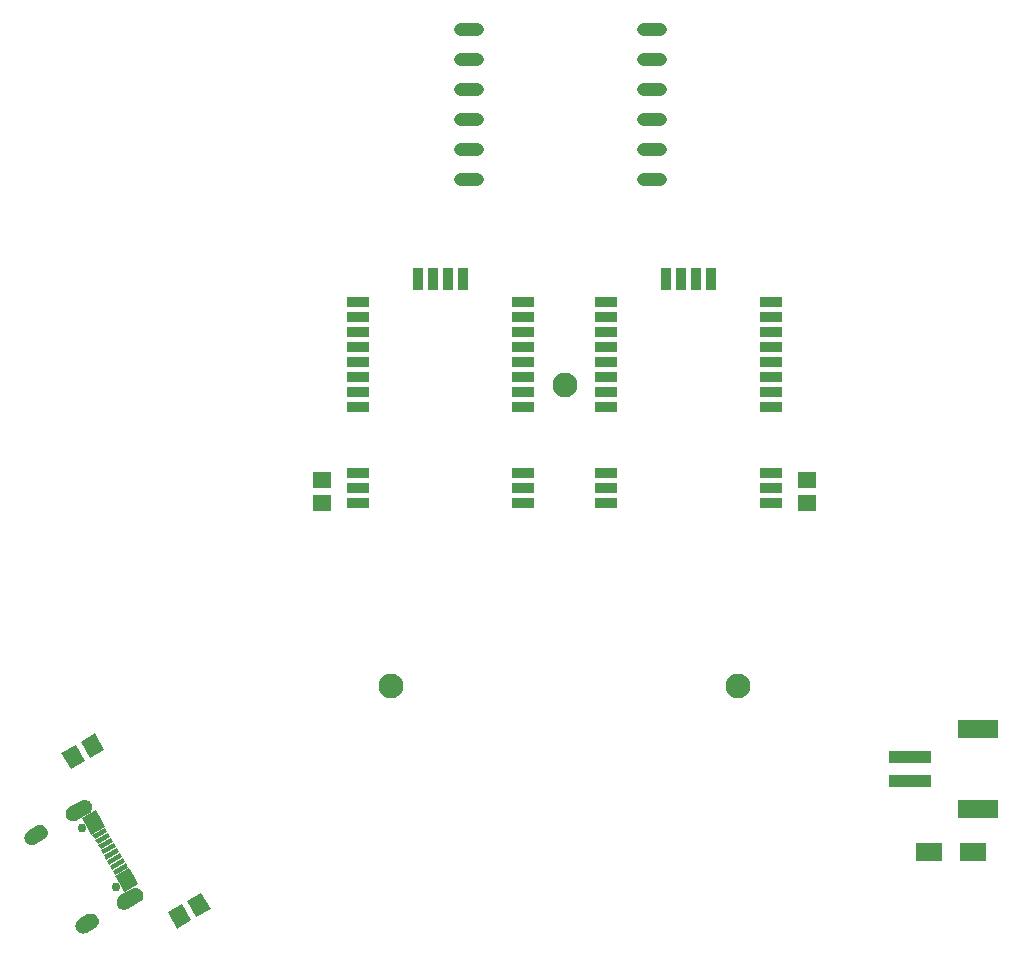
<source format=gbs>
G04 EAGLE Gerber RS-274X export*
G75*
%MOMM*%
%FSLAX34Y34*%
%LPD*%
%INBottom Solder Mask*%
%IPPOS*%
%AMOC8*
5,1,8,0,0,1.08239X$1,22.5*%
G01*
%ADD10C,2.101600*%
%ADD11C,1.101600*%
%ADD12R,0.401600X1.251600*%
%ADD13C,0.751600*%
%ADD14R,1.401600X1.601600*%
%ADD15R,1.601600X1.401600*%
%ADD16R,1.901600X0.901600*%
%ADD17R,0.901600X1.901600*%
%ADD18R,3.601600X1.101600*%
%ADD19R,3.501600X1.601600*%
%ADD20R,2.261600X1.501600*%

G36*
X72561Y135683D02*
X72561Y135683D01*
X72624Y135686D01*
X73851Y135947D01*
X73889Y135963D01*
X73950Y135979D01*
X75096Y136489D01*
X75115Y136502D01*
X75142Y136513D01*
X84669Y142013D01*
X84686Y142028D01*
X84713Y142041D01*
X85727Y142779D01*
X85754Y142808D01*
X85767Y142817D01*
X85769Y142820D01*
X85805Y142848D01*
X86644Y143781D01*
X86665Y143816D01*
X86706Y143865D01*
X87333Y144951D01*
X87342Y144980D01*
X87343Y144981D01*
X87343Y144983D01*
X87346Y144991D01*
X87375Y145047D01*
X87763Y146240D01*
X87767Y146281D01*
X87784Y146342D01*
X87916Y147589D01*
X87912Y147630D01*
X87913Y147654D01*
X87916Y147673D01*
X87915Y147680D01*
X87916Y147693D01*
X87784Y148941D01*
X87772Y148980D01*
X87763Y149043D01*
X87375Y150236D01*
X87355Y150272D01*
X87333Y150331D01*
X86706Y151418D01*
X86678Y151449D01*
X86644Y151502D01*
X85805Y152434D01*
X85771Y152459D01*
X85727Y152504D01*
X84712Y153241D01*
X84675Y153259D01*
X84622Y153294D01*
X83476Y153804D01*
X83436Y153813D01*
X83377Y153836D01*
X82150Y154097D01*
X82109Y154097D01*
X82046Y154108D01*
X80792Y154108D01*
X80751Y154099D01*
X80688Y154097D01*
X79461Y153836D01*
X79423Y153819D01*
X79362Y153804D01*
X78216Y153294D01*
X78197Y153280D01*
X78169Y153270D01*
X68643Y147770D01*
X68626Y147755D01*
X68599Y147741D01*
X67585Y147004D01*
X67557Y146974D01*
X67507Y146934D01*
X66668Y146002D01*
X66647Y145966D01*
X66606Y145918D01*
X65979Y144831D01*
X65966Y144792D01*
X65937Y144736D01*
X65549Y143543D01*
X65544Y143502D01*
X65527Y143441D01*
X65396Y142193D01*
X65399Y142165D01*
X65396Y142149D01*
X65399Y142136D01*
X65396Y142089D01*
X65527Y140842D01*
X65540Y140802D01*
X65549Y140740D01*
X65937Y139547D01*
X65957Y139511D01*
X65979Y139451D01*
X66606Y138365D01*
X66634Y138334D01*
X66668Y138281D01*
X67507Y137348D01*
X67540Y137324D01*
X67544Y137320D01*
X67557Y137302D01*
X67568Y137296D01*
X67585Y137279D01*
X68599Y136541D01*
X68637Y136524D01*
X68690Y136489D01*
X69836Y135979D01*
X69876Y135970D01*
X69935Y135947D01*
X71162Y135686D01*
X71203Y135685D01*
X71266Y135675D01*
X72520Y135675D01*
X72561Y135683D01*
G37*
G36*
X115761Y60859D02*
X115761Y60859D01*
X115824Y60861D01*
X117051Y61122D01*
X117089Y61139D01*
X117150Y61154D01*
X118296Y61664D01*
X118315Y61678D01*
X118342Y61688D01*
X127869Y67188D01*
X127886Y67203D01*
X127912Y67217D01*
X128927Y67954D01*
X128954Y67983D01*
X128967Y67992D01*
X128969Y67995D01*
X129005Y68024D01*
X129844Y68956D01*
X129865Y68992D01*
X129905Y69040D01*
X130533Y70127D01*
X130542Y70156D01*
X130543Y70157D01*
X130543Y70158D01*
X130546Y70166D01*
X130575Y70222D01*
X130963Y71415D01*
X130967Y71456D01*
X130984Y71517D01*
X131116Y72765D01*
X131112Y72806D01*
X131113Y72829D01*
X131116Y72849D01*
X131115Y72856D01*
X131116Y72869D01*
X130984Y74116D01*
X130972Y74156D01*
X130963Y74218D01*
X130575Y75411D01*
X130555Y75447D01*
X130533Y75507D01*
X129905Y76593D01*
X129878Y76624D01*
X129844Y76677D01*
X129005Y77610D01*
X128971Y77634D01*
X128927Y77679D01*
X127912Y78417D01*
X127875Y78434D01*
X127822Y78469D01*
X126676Y78979D01*
X126636Y78988D01*
X126577Y79011D01*
X125350Y79272D01*
X125309Y79273D01*
X125246Y79283D01*
X123992Y79283D01*
X123951Y79275D01*
X123888Y79272D01*
X122661Y79011D01*
X122623Y78995D01*
X122562Y78979D01*
X121416Y78469D01*
X121397Y78456D01*
X121369Y78445D01*
X111843Y72945D01*
X111826Y72930D01*
X111799Y72917D01*
X110785Y72179D01*
X110757Y72149D01*
X110707Y72110D01*
X109868Y71177D01*
X109847Y71142D01*
X109806Y71093D01*
X109179Y70007D01*
X109166Y69967D01*
X109137Y69911D01*
X108749Y68718D01*
X108744Y68677D01*
X108727Y68616D01*
X108596Y67369D01*
X108599Y67340D01*
X108596Y67324D01*
X108599Y67312D01*
X108596Y67265D01*
X108727Y66017D01*
X108740Y65977D01*
X108749Y65915D01*
X109137Y64722D01*
X109157Y64686D01*
X109179Y64627D01*
X109806Y63540D01*
X109834Y63509D01*
X109868Y63456D01*
X110707Y62524D01*
X110740Y62499D01*
X110744Y62495D01*
X110757Y62477D01*
X110768Y62471D01*
X110785Y62454D01*
X111799Y61717D01*
X111837Y61699D01*
X111890Y61664D01*
X113036Y61154D01*
X113076Y61145D01*
X113135Y61122D01*
X114362Y60861D01*
X114403Y60861D01*
X114466Y60850D01*
X115720Y60850D01*
X115761Y60859D01*
G37*
G36*
X37660Y115533D02*
X37660Y115533D01*
X37723Y115536D01*
X38950Y115797D01*
X38988Y115813D01*
X39049Y115829D01*
X40195Y116339D01*
X40214Y116352D01*
X40242Y116363D01*
X47170Y120363D01*
X47187Y120378D01*
X47214Y120391D01*
X48228Y121129D01*
X48256Y121158D01*
X48271Y121169D01*
X48273Y121173D01*
X48306Y121198D01*
X49145Y122131D01*
X49166Y122166D01*
X49207Y122215D01*
X49834Y123301D01*
X49844Y123331D01*
X49845Y123333D01*
X49846Y123338D01*
X49847Y123341D01*
X49876Y123397D01*
X50264Y124590D01*
X50269Y124631D01*
X50286Y124692D01*
X50417Y125939D01*
X50413Y125980D01*
X50415Y126010D01*
X50417Y126026D01*
X50416Y126031D01*
X50417Y126043D01*
X50286Y127291D01*
X50273Y127330D01*
X50264Y127393D01*
X49876Y128586D01*
X49856Y128622D01*
X49834Y128681D01*
X49207Y129768D01*
X49179Y129799D01*
X49145Y129852D01*
X48306Y130784D01*
X48273Y130809D01*
X48228Y130854D01*
X47214Y131591D01*
X47176Y131609D01*
X47123Y131644D01*
X45977Y132154D01*
X45937Y132163D01*
X45878Y132186D01*
X44651Y132447D01*
X44610Y132447D01*
X44547Y132458D01*
X43293Y132458D01*
X43252Y132449D01*
X43189Y132447D01*
X41962Y132186D01*
X41924Y132169D01*
X41863Y132154D01*
X40717Y131644D01*
X40698Y131630D01*
X40671Y131620D01*
X33742Y127620D01*
X33725Y127605D01*
X33698Y127591D01*
X32684Y126854D01*
X32656Y126824D01*
X32606Y126784D01*
X31767Y125852D01*
X31746Y125816D01*
X31705Y125768D01*
X31078Y124681D01*
X31065Y124642D01*
X31036Y124586D01*
X30648Y123393D01*
X30644Y123352D01*
X30627Y123291D01*
X30495Y122043D01*
X30498Y122015D01*
X30495Y121999D01*
X30498Y121986D01*
X30495Y121939D01*
X30627Y120692D01*
X30639Y120652D01*
X30648Y120590D01*
X31036Y119397D01*
X31056Y119361D01*
X31078Y119301D01*
X31705Y118215D01*
X31733Y118184D01*
X31767Y118131D01*
X32606Y117198D01*
X32639Y117174D01*
X32644Y117170D01*
X32657Y117152D01*
X32667Y117146D01*
X32684Y117129D01*
X33698Y116391D01*
X33736Y116374D01*
X33789Y116339D01*
X34935Y115829D01*
X34975Y115820D01*
X35034Y115797D01*
X36261Y115536D01*
X36302Y115535D01*
X36365Y115525D01*
X37619Y115525D01*
X37660Y115533D01*
G37*
G36*
X80860Y40709D02*
X80860Y40709D01*
X80923Y40711D01*
X82150Y40972D01*
X82188Y40989D01*
X82249Y41004D01*
X83395Y41514D01*
X83414Y41528D01*
X83442Y41538D01*
X90370Y45538D01*
X90387Y45553D01*
X90414Y45567D01*
X91428Y46304D01*
X91456Y46334D01*
X91471Y46344D01*
X91473Y46348D01*
X91506Y46374D01*
X92345Y47306D01*
X92366Y47342D01*
X92407Y47390D01*
X93034Y48477D01*
X93044Y48506D01*
X93045Y48509D01*
X93046Y48514D01*
X93047Y48516D01*
X93076Y48572D01*
X93464Y49765D01*
X93469Y49806D01*
X93486Y49867D01*
X93617Y51115D01*
X93613Y51156D01*
X93615Y51185D01*
X93617Y51201D01*
X93616Y51207D01*
X93617Y51219D01*
X93486Y52466D01*
X93473Y52506D01*
X93464Y52568D01*
X93076Y53761D01*
X93056Y53797D01*
X93034Y53857D01*
X92407Y54943D01*
X92379Y54974D01*
X92345Y55027D01*
X91506Y55960D01*
X91473Y55984D01*
X91428Y56029D01*
X90414Y56767D01*
X90376Y56784D01*
X90323Y56819D01*
X89177Y57329D01*
X89137Y57338D01*
X89078Y57361D01*
X87851Y57622D01*
X87810Y57623D01*
X87747Y57633D01*
X86493Y57633D01*
X86452Y57625D01*
X86389Y57622D01*
X85162Y57361D01*
X85124Y57345D01*
X85063Y57329D01*
X83917Y56819D01*
X83898Y56806D01*
X83871Y56795D01*
X76942Y52795D01*
X76925Y52780D01*
X76898Y52767D01*
X75884Y52029D01*
X75856Y51999D01*
X75806Y51960D01*
X74967Y51027D01*
X74946Y50992D01*
X74905Y50943D01*
X74278Y49857D01*
X74265Y49817D01*
X74236Y49761D01*
X73848Y48568D01*
X73844Y48527D01*
X73827Y48466D01*
X73695Y47219D01*
X73698Y47190D01*
X73695Y47174D01*
X73698Y47162D01*
X73695Y47115D01*
X73827Y45867D01*
X73839Y45828D01*
X73848Y45765D01*
X74236Y44572D01*
X74256Y44536D01*
X74278Y44477D01*
X74905Y43390D01*
X74933Y43359D01*
X74967Y43306D01*
X75806Y42374D01*
X75839Y42349D01*
X75843Y42345D01*
X75857Y42327D01*
X75867Y42321D01*
X75884Y42304D01*
X76898Y41567D01*
X76936Y41549D01*
X76989Y41514D01*
X78135Y41004D01*
X78175Y40995D01*
X78234Y40972D01*
X79461Y40711D01*
X79502Y40711D01*
X79565Y40700D01*
X80819Y40700D01*
X80860Y40709D01*
G37*
G36*
X87319Y124211D02*
X87319Y124211D01*
X87328Y124207D01*
X99019Y130957D01*
X99027Y130976D01*
X99037Y130983D01*
X99033Y130989D01*
X99042Y131012D01*
X99034Y131015D01*
X99037Y131024D01*
X95037Y137952D01*
X91037Y144881D01*
X90982Y144904D01*
X90979Y144895D01*
X90970Y144899D01*
X79279Y138149D01*
X79256Y138094D01*
X79264Y138090D01*
X79261Y138081D01*
X83261Y131153D01*
X87261Y124225D01*
X87315Y124202D01*
X87319Y124211D01*
G37*
G36*
X115319Y75713D02*
X115319Y75713D01*
X115328Y75709D01*
X127019Y82459D01*
X127027Y82478D01*
X127037Y82486D01*
X127033Y82492D01*
X127042Y82514D01*
X127034Y82518D01*
X127037Y82527D01*
X123037Y89455D01*
X119037Y96383D01*
X118982Y96406D01*
X118979Y96397D01*
X118970Y96401D01*
X107279Y89651D01*
X107256Y89596D01*
X107264Y89593D01*
X107261Y89584D01*
X111261Y82656D01*
X115261Y75727D01*
X115315Y75704D01*
X115319Y75713D01*
G37*
D10*
X340640Y250000D03*
X635080Y250000D03*
X487860Y505000D03*
D11*
X554050Y806180D02*
X569050Y806180D01*
X569050Y780780D02*
X554050Y780780D01*
X554050Y755380D02*
X569050Y755380D01*
X569050Y729980D02*
X554050Y729980D01*
X554050Y704580D02*
X569050Y704580D01*
X569050Y679180D02*
X554050Y679180D01*
X414050Y806180D02*
X399050Y806180D01*
X399050Y780780D02*
X414050Y780780D01*
X414050Y755380D02*
X399050Y755380D01*
X399050Y729980D02*
X414050Y729980D01*
X414050Y704580D02*
X399050Y704580D01*
X399050Y679180D02*
X414050Y679180D01*
D12*
G36*
X116314Y100016D02*
X118322Y96539D01*
X107484Y90282D01*
X105476Y93759D01*
X116314Y100016D01*
G37*
G36*
X113814Y104346D02*
X115822Y100869D01*
X104984Y94612D01*
X102976Y98089D01*
X113814Y104346D01*
G37*
G36*
X111314Y108676D02*
X113322Y105199D01*
X102484Y98942D01*
X100476Y102419D01*
X111314Y108676D01*
G37*
G36*
X108814Y113006D02*
X110822Y109529D01*
X99984Y103272D01*
X97976Y106749D01*
X108814Y113006D01*
G37*
G36*
X106314Y117336D02*
X108322Y113859D01*
X97484Y107602D01*
X95476Y111079D01*
X106314Y117336D01*
G37*
G36*
X103814Y121666D02*
X105822Y118189D01*
X94984Y111932D01*
X92976Y115409D01*
X103814Y121666D01*
G37*
G36*
X101314Y125996D02*
X103322Y122519D01*
X92484Y116262D01*
X90476Y119739D01*
X101314Y125996D01*
G37*
G36*
X98814Y130326D02*
X100822Y126849D01*
X89984Y120592D01*
X87976Y124069D01*
X98814Y130326D01*
G37*
D13*
X108376Y79951D03*
X79476Y130007D03*
D14*
G36*
X81846Y186819D02*
X69708Y179811D01*
X61700Y193681D01*
X73838Y200689D01*
X81846Y186819D01*
G37*
G36*
X98300Y196319D02*
X86162Y189311D01*
X78154Y203181D01*
X90292Y210189D01*
X98300Y196319D01*
G37*
G36*
X168154Y68181D02*
X180292Y75189D01*
X188300Y61319D01*
X176162Y54311D01*
X168154Y68181D01*
G37*
G36*
X151700Y58681D02*
X163838Y65689D01*
X171846Y51819D01*
X159708Y44811D01*
X151700Y58681D01*
G37*
D15*
X282860Y405500D03*
X282860Y424500D03*
X692860Y405500D03*
X692860Y424500D03*
D16*
X312860Y405000D03*
X312860Y417700D03*
X312860Y430400D03*
X312860Y486100D03*
X312860Y498800D03*
X312860Y511500D03*
X312860Y524200D03*
X312860Y536900D03*
X312860Y549600D03*
X312860Y562300D03*
X312860Y575000D03*
D17*
X363860Y595000D03*
X376560Y595000D03*
X389260Y595000D03*
X401960Y595000D03*
D16*
X452860Y575000D03*
X452860Y562300D03*
X452860Y549600D03*
X452860Y536900D03*
X452860Y524200D03*
X452860Y511500D03*
X452860Y498800D03*
X452860Y486100D03*
X452860Y430400D03*
X452860Y417700D03*
X452860Y405000D03*
X522860Y405000D03*
X522860Y417700D03*
X522860Y430400D03*
X522860Y486100D03*
X522860Y498800D03*
X522860Y511500D03*
X522860Y524200D03*
X522860Y536900D03*
X522860Y549600D03*
X522860Y562300D03*
X522860Y575000D03*
D17*
X573860Y595000D03*
X586560Y595000D03*
X599260Y595000D03*
X611960Y595000D03*
D16*
X662860Y575000D03*
X662860Y562300D03*
X662860Y549600D03*
X662860Y536900D03*
X662860Y524200D03*
X662860Y511500D03*
X662860Y498800D03*
X662860Y486100D03*
X662860Y430400D03*
X662860Y417700D03*
X662860Y405000D03*
D18*
X780000Y170000D03*
X780000Y190000D03*
D19*
X837500Y146500D03*
X837500Y213500D03*
D20*
X796500Y110000D03*
X833500Y110000D03*
M02*

</source>
